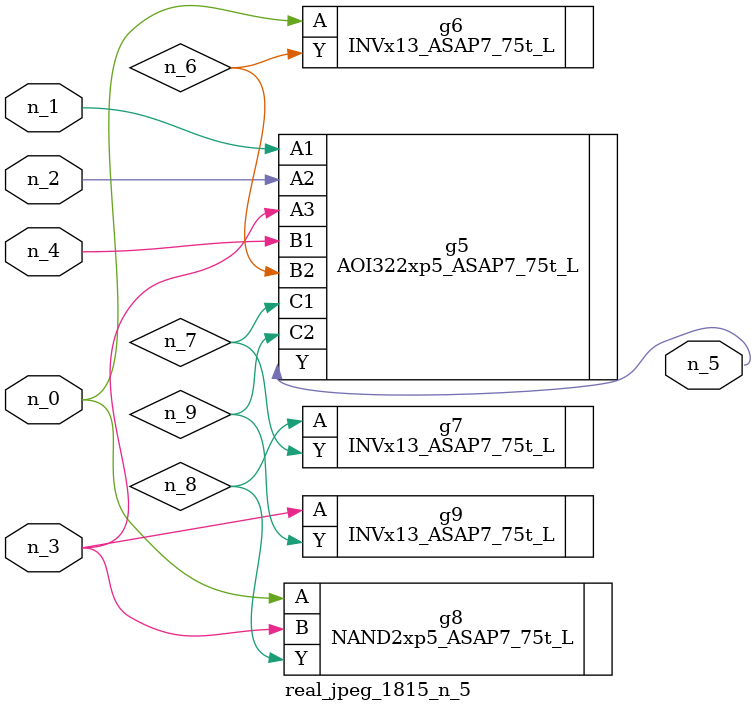
<source format=v>
module real_jpeg_1815_n_5 (n_4, n_0, n_1, n_2, n_3, n_5);

input n_4;
input n_0;
input n_1;
input n_2;
input n_3;

output n_5;

wire n_8;
wire n_6;
wire n_7;
wire n_9;

INVx13_ASAP7_75t_L g6 ( 
.A(n_0),
.Y(n_6)
);

NAND2xp5_ASAP7_75t_L g8 ( 
.A(n_0),
.B(n_3),
.Y(n_8)
);

AOI322xp5_ASAP7_75t_L g5 ( 
.A1(n_1),
.A2(n_2),
.A3(n_3),
.B1(n_4),
.B2(n_6),
.C1(n_7),
.C2(n_9),
.Y(n_5)
);

INVx13_ASAP7_75t_L g9 ( 
.A(n_3),
.Y(n_9)
);

INVx13_ASAP7_75t_L g7 ( 
.A(n_8),
.Y(n_7)
);


endmodule
</source>
